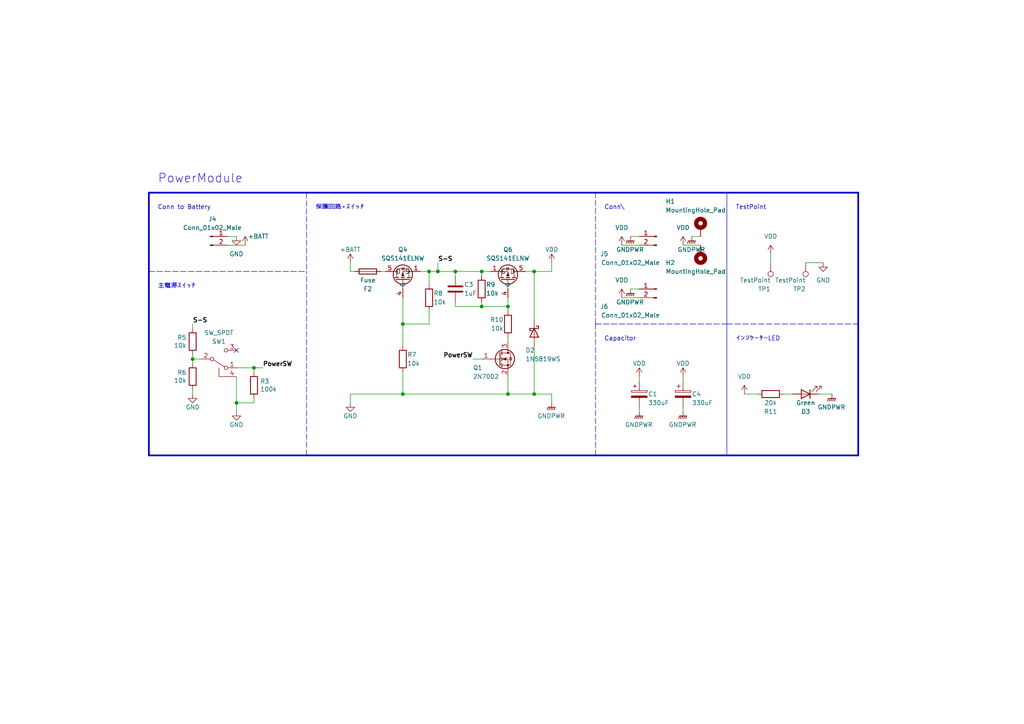
<source format=kicad_sch>
(kicad_sch (version 20230121) (generator eeschema)
  (paper "A4")
  (lib_symbols
    (symbol "AON6411_1"
      (property "Reference" "Q" (at 5.08 1.905 0))
      (property "Value" "AON6411" (at 5.08 0 0))
      (symbol "AON6411_1_0_1"
        (polyline (pts (xy 0.254 0) (xy -2.54 0)))
        (polyline (pts (xy 0.254 1.905) (xy 0.254 -1.905)) (stroke (width 0.254)))
        (polyline (pts (xy 0.762 -1.27) (xy 0.762 -2.286)) (stroke (width 0.254)))
        (polyline (pts (xy 0.762 0.508) (xy 0.762 -0.508)) (stroke (width 0.254)))
        (polyline (pts (xy 0.762 2.286) (xy 0.762 1.27)) (stroke (width 0.254)))
        (polyline (pts (xy 2.54 2.54) (xy 2.54 1.778)))
        (polyline (pts (xy 2.54 -2.54) (xy 2.54 0) (xy 0.762 0)))
        (polyline (pts (xy 0.762 1.778) (xy 3.302 1.778) (xy 3.302 -1.778) (xy 0.762 -1.778)))
        (polyline (pts (xy 2.286 0) (xy 1.27 0.381) (xy 1.27 -0.381) (xy 2.286 0)) (fill (type outline)))
        (polyline (pts (xy 2.794 -0.508) (xy 2.921 -0.381) (xy 3.683 -0.381) (xy 3.81 -0.254)))
        (polyline (pts (xy 3.302 -0.381) (xy 2.921 0.254) (xy 3.683 0.254) (xy 3.302 -0.381)))
        (circle (center 1.651 0) (radius 2.794) (stroke (width 0.254)))
        (circle (center 2.54 -1.778) (radius 0.254) (fill (type outline)))
        (circle (center 2.54 1.778) (radius 0.254) (fill (type outline)))
      )
      (symbol "AON6411_1_1_1"
        (pin passive line (at 2.54 -5.08 90) (length 2.54) (name "S") (number "1"))
        (pin passive line (at 2.54 -5.08 90) (length 2.54) hide (name "S") (number "2"))
        (pin passive line (at 2.54 -5.08 90) (length 2.54) hide (name "S") (number "3"))
        (pin input line (at -5.08 0 0) (length 2.54) (name "G") (number "4"))
        (pin passive line (at 2.54 5.08 270) (length 2.54) (name "D") (number "5"))
      )
    )
    (symbol "Connector:Conn_01x02_Male" (pin_names (offset 1.016) hide)
      (property "Reference" "J" (at 0 2.54 0))
      (property "Value" "Conn_01x02_Male" (at 0 -5.08 0))
      (symbol "Conn_01x02_Male_1_1"
        (polyline (pts (xy 1.27 -2.54) (xy 0.8636 -2.54)) (stroke (width 0.1524)))
        (polyline (pts (xy 1.27 0) (xy 0.8636 0)) (stroke (width 0.1524)))
        (rectangle (start 0.8636 -2.413) (end 0 -2.667) (stroke (width 0.1524)) (fill (type outline)))
        (rectangle (start 0.8636 0.127) (end 0 -0.127) (stroke (width 0.1524)) (fill (type outline)))
        (pin passive line (at 5.08 0 180) (length 3.81) (name "Pin_1") (number "1"))
        (pin passive line (at 5.08 -2.54 180) (length 3.81) (name "Pin_2") (number "2"))
      )
    )
    (symbol "Connector:TestPoint" (pin_numbers hide) (pin_names (offset 0.762) hide)
      (property "Reference" "TP" (at 0 6.858 0))
      (property "Value" "TestPoint" (at 0 5.08 0))
      (symbol "TestPoint_0_1"
        (circle (center 0 3.302) (radius 0.762))
      )
      (symbol "TestPoint_1_1"
        (pin passive line (at 0 0 90) (length 2.54) (name "1") (number "1"))
      )
    )
    (symbol "D_Schottky_3" (pin_numbers hide) (pin_names (offset 1.016) hide)
      (property "Reference" "D" (at 0 2.54 0))
      (property "Value" "D_Schottky_3" (at 0 -2.54 0))
      (symbol "D_Schottky_3_0_1"
        (polyline (pts (xy 1.27 0) (xy -1.27 0)))
        (polyline (pts (xy 1.27 1.27) (xy 1.27 -1.27) (xy -1.27 0) (xy 1.27 1.27)) (stroke (width 0.254)))
        (polyline (pts (xy -1.905 0.635) (xy -1.905 1.27) (xy -1.27 1.27) (xy -1.27 -1.27) (xy -0.635 -1.27) (xy -0.635 -0.635)) (stroke (width 0.254)))
      )
      (symbol "D_Schottky_3_1_1"
        (pin passive line (at -3.81 0 0) (length 2.54) (name "K") (number "1"))
        (pin passive line (at 3.81 0 180) (length 2.54) (name "A") (number "2"))
      )
    )
    (symbol "Device:C" (pin_numbers hide) (pin_names (offset 0.254))
      (property "Reference" "C" (at 0.635 2.54 0))
      (property "Value" "C" (at 0.635 -2.54 0))
      (symbol "C_0_1"
        (polyline (pts (xy -2.032 -0.762) (xy 2.032 -0.762)) (stroke (width 0.508)))
        (polyline (pts (xy -2.032 0.762) (xy 2.032 0.762)) (stroke (width 0.508)))
      )
      (symbol "C_1_1"
        (pin passive line (at 0 3.81 270) (length 2.794) (name "~") (number "1"))
        (pin passive line (at 0 -3.81 90) (length 2.794) (name "~") (number "2"))
      )
    )
    (symbol "Device:C_Polarized" (pin_numbers hide) (pin_names (offset 0.254))
      (property "Reference" "C" (at 0.635 2.54 0))
      (property "Value" "C_Polarized" (at 0.635 -2.54 0))
      (symbol "C_Polarized_0_1"
        (rectangle (start -2.286 0.508) (end 2.286 1.016))
        (polyline (pts (xy -1.778 2.286) (xy -0.762 2.286)))
        (polyline (pts (xy -1.27 2.794) (xy -1.27 1.778)))
        (rectangle (start 2.286 -0.508) (end -2.286 -1.016) (fill (type outline)))
      )
      (symbol "C_Polarized_1_1"
        (pin passive line (at 0 3.81 270) (length 2.794) (name "~") (number "1"))
        (pin passive line (at 0 -3.81 90) (length 2.794) (name "~") (number "2"))
      )
    )
    (symbol "Device:Fuse" (pin_numbers hide) (pin_names (offset 0))
      (property "Reference" "F" (at 2.032 0 90))
      (property "Value" "Fuse" (at -1.905 0 90))
      (symbol "Fuse_0_1"
        (rectangle (start -0.762 -2.54) (end 0.762 2.54) (stroke (width 0.254)))
        (polyline (pts (xy 0 2.54) (xy 0 -2.54)))
      )
      (symbol "Fuse_1_1"
        (pin passive line (at 0 3.81 270) (length 1.27) (name "~") (number "1"))
        (pin passive line (at 0 -3.81 90) (length 1.27) (name "~") (number "2"))
      )
    )
    (symbol "Device:LED" (pin_numbers hide) (pin_names (offset 1.016) hide)
      (property "Reference" "D" (at 0 2.54 0))
      (property "Value" "LED" (at 0 -2.54 0))
      (symbol "LED_0_1"
        (polyline (pts (xy -1.27 -1.27) (xy -1.27 1.27)) (stroke (width 0.254)))
        (polyline (pts (xy -1.27 0) (xy 1.27 0)))
        (polyline (pts (xy 1.27 -1.27) (xy 1.27 1.27) (xy -1.27 0) (xy 1.27 -1.27)) (stroke (width 0.254)))
        (polyline (pts (xy -3.048 -0.762) (xy -4.572 -2.286) (xy -3.81 -2.286) (xy -4.572 -2.286) (xy -4.572 -1.524)))
        (polyline (pts (xy -1.778 -0.762) (xy -3.302 -2.286) (xy -2.54 -2.286) (xy -3.302 -2.286) (xy -3.302 -1.524)))
      )
      (symbol "LED_1_1"
        (pin passive line (at -3.81 0 0) (length 2.54) (name "K") (number "1"))
        (pin passive line (at 3.81 0 180) (length 2.54) (name "A") (number "2"))
      )
    )
    (symbol "Device:R" (pin_numbers hide) (pin_names (offset 0))
      (property "Reference" "R" (at 2.032 0 90))
      (property "Value" "R" (at 0 0 90))
      (symbol "R_0_1"
        (rectangle (start -1.016 -2.54) (end 1.016 2.54) (stroke (width 0.254)))
      )
      (symbol "R_1_1"
        (pin passive line (at 0 3.81 270) (length 1.27) (name "~") (number "1"))
        (pin passive line (at 0 -3.81 90) (length 1.27) (name "~") (number "2"))
      )
    )
    (symbol "Mechanical:MountingHole_Pad" (pin_numbers hide) (pin_names (offset 1.016) hide)
      (property "Reference" "H" (at 0 6.35 0))
      (property "Value" "MountingHole_Pad" (at 0 4.445 0))
      (symbol "MountingHole_Pad_0_1"
        (circle (center 0 1.27) (radius 1.27) (stroke (width 1.27)))
      )
      (symbol "MountingHole_Pad_1_1"
        (pin input line (at 0 -2.54 90) (length 2.54) (name "1") (number "1"))
      )
    )
    (symbol "SW_SPDT_1" (pin_names (offset 0) hide)
      (property "Reference" "SW1" (at 0 -7.62 90))
      (property "Value" "SW_SPDT" (at -2.54 -7.62 90))
      (symbol "SW_SPDT_1_0_0"
        (circle (center -2.032 0) (radius 0.508))
        (circle (center 2.032 -2.54) (radius 0.508))
      )
      (symbol "SW_SPDT_1_0_1"
        (polyline (pts (xy -1.524 0.254) (xy 1.651 2.286)))
        (polyline (pts (xy 2.54 5.08) (xy 0 5.08) (xy 0 2.54)))
        (circle (center 2.032 2.54) (radius 0.508))
      )
      (symbol "SW_SPDT_1_1_1"
        (pin passive line (at 5.08 2.54 180) (length 2.54) (name "A") (number "1"))
        (pin passive line (at -5.08 0 0) (length 2.54) (name "B") (number "2"))
        (pin passive line (at 5.08 -2.54 180) (length 2.54) (name "C") (number "3"))
        (pin passive line (at 5.08 5.08 180) (length 2.54) (name "C") (number "4"))
        (pin passive line (at 5.08 5.08 180) (length 2.54) hide (name "A") (number "5"))
        (pin passive line (at 5.08 5.08 180) (length 2.54) hide (name "A") (number "6"))
        (pin passive line (at 5.08 5.08 180) (length 2.54) hide (name "A") (number "SH"))
      )
    )
    (symbol "Transistor_FET:2N7002" (pin_names hide)
      (property "Reference" "Q" (at 5.08 1.905 0))
      (property "Value" "2N7002" (at 5.08 0 0))
      (symbol "2N7002_0_1"
        (polyline (pts (xy 0.254 0) (xy -2.54 0)))
        (polyline (pts (xy 0.254 1.905) (xy 0.254 -1.905)) (stroke (width 0.254)))
        (polyline (pts (xy 0.762 -1.27) (xy 0.762 -2.286)) (stroke (width 0.254)))
        (polyline (pts (xy 0.762 0.508) (xy 0.762 -0.508)) (stroke (width 0.254)))
        (polyline (pts (xy 0.762 2.286) (xy 0.762 1.27)) (stroke (width 0.254)))
        (polyline (pts (xy 2.54 2.54) (xy 2.54 1.778)))
        (polyline (pts (xy 2.54 -2.54) (xy 2.54 0) (xy 0.762 0)))
        (polyline (pts (xy 0.762 -1.778) (xy 3.302 -1.778) (xy 3.302 1.778) (xy 0.762 1.778)))
        (polyline (pts (xy 1.016 0) (xy 2.032 0.381) (xy 2.032 -0.381) (xy 1.016 0)) (fill (type outline)))
        (polyline (pts (xy 2.794 0.508) (xy 2.921 0.381) (xy 3.683 0.381) (xy 3.81 0.254)))
        (polyline (pts (xy 3.302 0.381) (xy 2.921 -0.254) (xy 3.683 -0.254) (xy 3.302 0.381)))
        (circle (center 1.651 0) (radius 2.794) (stroke (width 0.254)))
        (circle (center 2.54 -1.778) (radius 0.254) (fill (type outline)))
        (circle (center 2.54 1.778) (radius 0.254) (fill (type outline)))
      )
      (symbol "2N7002_1_1"
        (pin input line (at -5.08 0 0) (length 2.54) (name "G") (number "1"))
        (pin passive line (at 2.54 -5.08 90) (length 2.54) (name "S") (number "2"))
        (pin passive line (at 2.54 5.08 270) (length 2.54) (name "D") (number "3"))
      )
    )
    (symbol "Transistor_FET:AON6411"
      (property "Reference" "Q" (at 5.08 1.905 0))
      (property "Value" "AON6411" (at 5.08 0 0))
      (symbol "AON6411_0_1"
        (polyline (pts (xy 0.254 0) (xy -2.54 0)))
        (polyline (pts (xy 0.254 1.905) (xy 0.254 -1.905)) (stroke (width 0.254)))
        (polyline (pts (xy 0.762 -1.27) (xy 0.762 -2.286)) (stroke (width 0.254)))
        (polyline (pts (xy 0.762 0.508) (xy 0.762 -0.508)) (stroke (width 0.254)))
        (polyline (pts (xy 0.762 2.286) (xy 0.762 1.27)) (stroke (width 0.254)))
        (polyline (pts (xy 2.54 2.54) (xy 2.54 1.778)))
        (polyline (pts (xy 2.54 -2.54) (xy 2.54 0) (xy 0.762 0)))
        (polyline (pts (xy 0.762 1.778) (xy 3.302 1.778) (xy 3.302 -1.778) (xy 0.762 -1.778)))
        (polyline (pts (xy 2.286 0) (xy 1.27 0.381) (xy 1.27 -0.381) (xy 2.286 0)) (fill (type outline)))
        (polyline (pts (xy 2.794 -0.508) (xy 2.921 -0.381) (xy 3.683 -0.381) (xy 3.81 -0.254)))
        (polyline (pts (xy 3.302 -0.381) (xy 2.921 0.254) (xy 3.683 0.254) (xy 3.302 -0.381)))
        (circle (center 1.651 0) (radius 2.794) (stroke (width 0.254)))
        (circle (center 2.54 -1.778) (radius 0.254) (fill (type outline)))
        (circle (center 2.54 1.778) (radius 0.254) (fill (type outline)))
      )
      (symbol "AON6411_1_1"
        (pin passive line (at 2.54 -5.08 90) (length 2.54) (name "S") (number "1"))
        (pin passive line (at 2.54 -5.08 90) (length 2.54) hide (name "S") (number "2"))
        (pin passive line (at 2.54 -5.08 90) (length 2.54) hide (name "S") (number "3"))
        (pin input line (at -5.08 0 0) (length 2.54) (name "G") (number "4"))
        (pin passive line (at 2.54 5.08 270) (length 2.54) (name "D") (number "5"))
      )
    )
    (symbol "power:+BATT" (power) (pin_names (offset 0))
      (property "Value" "+BATT" (at 0 3.556 0))
      (symbol "+BATT_0_1"
        (polyline (pts (xy -0.762 1.27) (xy 0 2.54)))
        (polyline (pts (xy 0 0) (xy 0 2.54)))
        (polyline (pts (xy 0 2.54) (xy 0.762 1.27)))
      )
      (symbol "+BATT_1_1"
        (pin power_in line (at 0 0 90) (length 0) hide (name "+BATT") (number "1"))
      )
    )
    (symbol "power:GND" (power) (pin_names (offset 0))
      (property "Value" "GND" (at 0 -3.81 0))
      (symbol "GND_0_1"
        (polyline (pts (xy 0 0) (xy 0 -1.27) (xy 1.27 -1.27) (xy 0 -2.54) (xy -1.27 -1.27) (xy 0 -1.27)))
      )
      (symbol "GND_1_1"
        (pin power_in line (at 0 0 270) (length 0) hide (name "GND") (number "1"))
      )
    )
    (symbol "power:GNDPWR" (power) (pin_names (offset 0))
      (property "Value" "GNDPWR" (at 0 -3.302 0))
      (symbol "GNDPWR_0_1"
        (polyline (pts (xy 0 -1.27) (xy 0 0)))
        (polyline (pts (xy -1.016 -1.27) (xy -1.27 -2.032) (xy -1.27 -2.032)) (stroke (width 0.2032)))
        (polyline (pts (xy -0.508 -1.27) (xy -0.762 -2.032) (xy -0.762 -2.032)) (stroke (width 0.2032)))
        (polyline (pts (xy 0 -1.27) (xy -0.254 -2.032) (xy -0.254 -2.032)) (stroke (width 0.2032)))
        (polyline (pts (xy 0.508 -1.27) (xy 0.254 -2.032) (xy 0.254 -2.032)) (stroke (width 0.2032)))
        (polyline (pts (xy 1.016 -1.27) (xy -1.016 -1.27) (xy -1.016 -1.27)) (stroke (width 0.2032)))
        (polyline (pts (xy 1.016 -1.27) (xy 0.762 -2.032) (xy 0.762 -2.032) (xy 0.762 -2.032)) (stroke (width 0.2032)))
      )
      (symbol "GNDPWR_1_1"
        (pin power_in line (at 0 0 270) (length 0) hide (name "GNDPWR") (number "1"))
      )
    )
    (symbol "power:VDD" (power) (pin_names (offset 0))
      (property "Value" "VDD" (at 0 3.81 0))
      (symbol "VDD_0_1"
        (polyline (pts (xy -0.762 1.27) (xy 0 2.54)))
        (polyline (pts (xy 0 0) (xy 0 2.54)))
        (polyline (pts (xy 0 2.54) (xy 0.762 1.27)))
      )
      (symbol "VDD_1_1"
        (pin power_in line (at 0 0 90) (length 0) hide (name "VDD") (number "1"))
      )
    )
  )
  (junction (at 132.08 78.74))
  (junction (at 116.84 93.98))
  (junction (at 147.32 114.3))
  (junction (at 139.7 88.9))
  (junction (at 127 78.74))
  (junction (at 55.88 104.14))
  (junction (at 154.94 78.74))
  (junction (at 154.94 114.3))
  (junction (at 124.46 78.74))
  (junction (at 73.66 106.68))
  (junction (at 68.58 116.84))
  (junction (at 147.32 88.9))
  (junction (at 116.84 114.3))
  (junction (at 139.7 78.74))
  (no_connect (at 68.58 101.6))
  (polyline (pts (xy 210.82 93.98) (xy 248.92 93.98)) (stroke (width 0) (type dash)))
  (wire (pts (xy 139.7 78.74) (xy 139.7 80.01)))
  (wire (pts (xy 147.32 88.9) (xy 147.32 90.17)))
  (wire (pts (xy 154.94 114.3) (xy 160.02 114.3)))
  (polyline (pts (xy 88.9 55.88) (xy 88.9 78.74)) (stroke (width 0) (type dash)))
  (wire (pts (xy 124.46 90.17) (xy 124.46 93.98)))
  (wire (pts (xy 227.33 114.3) (xy 229.87 114.3)))
  (wire (pts (xy 73.66 115.57) (xy 73.66 116.84)))
  (wire (pts (xy 160.02 116.84) (xy 160.02 114.3)))
  (wire (pts (xy 154.94 78.74) (xy 154.94 92.71)))
  (wire (pts (xy 139.7 88.9) (xy 147.32 88.9)))
  (wire (pts (xy 185.42 118.11) (xy 185.42 119.38)))
  (polyline (pts (xy 248.92 55.88) (xy 248.92 132.08)) (stroke (width 0.5) (type solid)))
  (polyline (pts (xy 43.18 78.74) (xy 88.9 78.74)) (stroke (width 0) (type dash)))
  (wire (pts (xy 55.88 104.14) (xy 58.42 104.14)))
  (wire (pts (xy 198.12 118.11) (xy 198.12 119.38)))
  (wire (pts (xy 73.66 106.68) (xy 68.58 106.68)))
  (wire (pts (xy 116.84 86.36) (xy 116.84 93.98)))
  (wire (pts (xy 185.42 83.82) (xy 182.88 83.82)))
  (wire (pts (xy 132.08 88.9) (xy 139.7 88.9)))
  (wire (pts (xy 160.02 76.2) (xy 160.02 78.74)))
  (wire (pts (xy 132.08 78.74) (xy 139.7 78.74)))
  (wire (pts (xy 66.04 68.58) (xy 68.58 68.58)))
  (wire (pts (xy 152.4 78.74) (xy 154.94 78.74)))
  (polyline (pts (xy 172.72 132.08) (xy 172.72 93.98)) (stroke (width 0) (type dash)))
  (wire (pts (xy 147.32 86.36) (xy 147.32 88.9)))
  (wire (pts (xy 55.88 104.14) (xy 55.88 105.41)))
  (wire (pts (xy 73.66 106.68) (xy 73.66 107.95)))
  (polyline (pts (xy 43.18 55.88) (xy 248.92 55.88)) (stroke (width 0.5) (type solid)))
  (wire (pts (xy 101.6 114.3) (xy 116.84 114.3)))
  (wire (pts (xy 124.46 78.74) (xy 127 78.74)))
  (wire (pts (xy 223.52 73.66) (xy 223.52 76.2)))
  (polyline (pts (xy 172.72 93.98) (xy 210.82 93.98)) (stroke (width 0) (type dash)))
  (wire (pts (xy 121.92 78.74) (xy 124.46 78.74)))
  (wire (pts (xy 68.58 116.84) (xy 73.66 116.84)))
  (wire (pts (xy 203.2 68.58) (xy 200.66 68.58)))
  (wire (pts (xy 127 76.2) (xy 127 78.74)))
  (wire (pts (xy 124.46 78.74) (xy 124.46 82.55)))
  (wire (pts (xy 233.68 76.2) (xy 238.76 76.2)))
  (wire (pts (xy 116.84 93.98) (xy 116.84 100.33)))
  (wire (pts (xy 132.08 78.74) (xy 132.08 80.01)))
  (wire (pts (xy 147.32 114.3) (xy 154.94 114.3)))
  (wire (pts (xy 185.42 109.22) (xy 185.42 110.49)))
  (wire (pts (xy 185.42 71.12) (xy 180.34 71.12)))
  (polyline (pts (xy 210.82 132.08) (xy 210.82 93.98)) (stroke (width 0) (type solid)))
  (wire (pts (xy 68.58 116.84) (xy 68.58 109.22)))
  (wire (pts (xy 237.49 114.3) (xy 241.3 114.3)))
  (wire (pts (xy 147.32 97.79) (xy 147.32 99.06)))
  (wire (pts (xy 116.84 107.95) (xy 116.84 114.3)))
  (wire (pts (xy 101.6 76.2) (xy 101.6 78.74)))
  (wire (pts (xy 215.9 114.3) (xy 219.71 114.3)))
  (wire (pts (xy 185.42 86.36) (xy 180.34 86.36)))
  (wire (pts (xy 101.6 78.74) (xy 102.87 78.74)))
  (wire (pts (xy 124.46 93.98) (xy 116.84 93.98)))
  (polyline (pts (xy 43.18 132.08) (xy 43.18 55.88)) (stroke (width 0.5) (type solid)))
  (wire (pts (xy 137.16 104.14) (xy 139.7 104.14)))
  (polyline (pts (xy 88.9 132.08) (xy 88.9 78.74)) (stroke (width 0) (type dash)))
  (wire (pts (xy 116.84 114.3) (xy 147.32 114.3)))
  (polyline (pts (xy 248.92 132.08) (xy 43.18 132.08)) (stroke (width 0.5) (type solid)))
  (wire (pts (xy 203.2 71.12) (xy 198.12 71.12)))
  (wire (pts (xy 55.88 113.03) (xy 55.88 114.3)))
  (wire (pts (xy 55.88 102.87) (xy 55.88 104.14)))
  (wire (pts (xy 185.42 68.58) (xy 182.88 68.58)))
  (wire (pts (xy 66.04 71.12) (xy 71.12 71.12)))
  (wire (pts (xy 154.94 78.74) (xy 160.02 78.74)))
  (wire (pts (xy 154.94 100.33) (xy 154.94 114.3)))
  (wire (pts (xy 127 78.74) (xy 132.08 78.74)))
  (wire (pts (xy 55.88 93.98) (xy 55.88 95.25)))
  (wire (pts (xy 68.58 119.38) (xy 68.58 116.84)))
  (wire (pts (xy 132.08 87.63) (xy 132.08 88.9)))
  (wire (pts (xy 139.7 87.63) (xy 139.7 88.9)))
  (polyline (pts (xy 210.82 93.98) (xy 210.82 55.88)) (stroke (width 0) (type solid)))
  (wire (pts (xy 101.6 114.3) (xy 101.6 116.84)))
  (wire (pts (xy 76.2 106.68) (xy 73.66 106.68)))
  (polyline (pts (xy 172.72 93.98) (xy 172.72 55.88)) (stroke (width 0) (type dash)))
  (wire (pts (xy 110.49 78.74) (xy 111.76 78.74)))
  (wire (pts (xy 198.12 109.22) (xy 198.12 110.49)))
  (wire (pts (xy 147.32 109.22) (xy 147.32 114.3)))
  (wire (pts (xy 139.7 78.74) (xy 142.24 78.74)))
  (text "インジケーターLED" (at 213.36 99.06 0) (effects (font (size 1.27 1.27)) (justify left bottom)))
  (text "主電源スイッチ" (at 45.72 83.82 0) (effects (font (size 1.27 1.27)) (justify left bottom)))
  (text "PowerModule" (at 45.72 53.34 0) (effects (font (size 2.54 2.54)) (justify left bottom)))
  (text "保護回路・スイッチ" (at 91.44 60.96 0) (effects (font (size 1.27 1.27)) (justify left bottom)))
  (text "Conn to Battery" (at 45.72 60.96 0) (effects (font (size 1.27 1.27)) (justify left bottom)))
  (text "Conn\\" (at 175.26 60.96 0) (effects (font (size 1.27 1.27)) (justify left bottom)))
  (text "TestPoint" (at 213.36 60.96 0) (effects (font (size 1.27 1.27)) (justify left bottom)))
  (text "Capacitor" (at 175.26 99.06 0) (effects (font (size 1.27 1.27)) (justify left bottom)))
  (label "PowerSW" (at 76.2 106.68 0) (effects (font (thickness 0.254) bold)))
  (label "PowerSW" (at 137.16 104.14 180) (effects (font (thickness 0.254) bold)))
  (label "S-S" (at 127 76.2 0) (effects (font (thickness 0.254) bold)))
  (label "S-S" (at 55.88 93.98 0) (effects (font (thickness 0.254) bold)))
  (symbol (lib_id "Device:C_Polarized") (at 185.42 114.3 0) (unit 1)
    (property "Reference" "C1" (at 187.96 114.3 0) (effects (justify left)))
    (property "Value" "330uF" (at 187.96 116.84 0) (effects (justify left)))
    (property "Footprint" "Capacitor_SMD:C_Elec_8x10.2" (effects hide))
  )
  (symbol (lib_id "power:GNDPWR") (at 160.02 116.84 0) (unit 1)
    (property "Reference" "#PWR023" (effects hide))
    (property "Value" "GNDPWR" (at 159.893 120.65 0))
  )
  (symbol (lib_id "power:+BATT") (at 71.12 71.12 0) (unit 1)
    (property "Reference" "#PWR010" (effects hide))
    (property "Value" "+BATT" (at 74.93 68.58 0))
  )
  (symbol (lib_id "Mechanical:MountingHole_Pad") (at 203.2 73.66 180) (unit 1)
    (property "Reference" "H2" (at 193.04 76.2 0) (effects (justify right)))
    (property "Value" "MountingHole_Pad" (at 193.04 78.74 0) (effects (justify right)))
    (property "Footprint" "MountingHole:MountingHole_3.2mm_M3_Pad_Via" (effects hide))
  )
  (symbol (lib_id "power:VDD") (at 185.42 109.22 0) (unit 1)
    (property "Reference" "#PWR025" (effects hide))
    (property "Value" "VDD" (at 185.42 105.41 0))
  )
  (symbol (lib_id "Device:R") (at 116.84 104.14 0) (unit 1)
    (property "Reference" "R7" (at 118.11 102.87 0) (effects (justify left)))
    (property "Value" "10k" (at 118.11 105.41 0) (effects (justify left)))
    (property "Footprint" "Resistor_SMD:R_0603_1608Metric" (effects hide))
  )
  (symbol (lib_name "AON6411_1") (lib_id "Transistor_FET:AON6411") (at 147.32 81.28 270) (mirror x) (unit 1)
    (property "Reference" "Q6" (at 147.32 72.39 90))
    (property "Value" "SQS141ELNW" (at 147.32 74.93 90))
    (property "Footprint" "TomoshibiLibrary:Package_TSON-Advance" (effects hide))
    (property "Datasheet" "http://www.aosmd.com/res/data_sheets/AON6411.pdf" (effects hide))
  )
  (symbol (lib_id "power:GND") (at 68.58 68.58 0) (unit 1)
    (property "Reference" "#PWR07" (effects hide))
    (property "Value" "GND" (at 68.58 73.66 0))
  )
  (symbol (lib_id "power:VDD") (at 160.02 76.2 0) (unit 1)
    (property "Reference" "#PWR015" (effects hide))
    (property "Value" "VDD" (at 160.02 72.39 0))
  )
  (symbol (lib_id "Device:R") (at 55.88 99.06 0) (mirror y) (unit 1)
    (property "Reference" "R5" (at 54.102 97.8916 0) (effects (justify left)))
    (property "Value" "10k" (at 54.102 100.203 0) (effects (justify left)))
    (property "Footprint" "Resistor_SMD:R_0603_1608Metric" (effects hide))
  )
  (symbol (lib_id "power:GNDPWR") (at 200.66 68.58 0) (unit 1)
    (property "Reference" "#PWR09" (effects hide))
    (property "Value" "GNDPWR" (at 200.533 72.39 0))
  )
  (symbol (lib_id "power:VDD") (at 215.9 114.3 0) (unit 1)
    (property "Reference" "#PWR020" (effects hide))
    (property "Value" "VDD" (at 215.9 109.22 0))
  )
  (symbol (lib_id "Device:R") (at 55.88 109.22 0) (mirror y) (unit 1)
    (property "Reference" "R6" (at 54.102 108.0516 0) (effects (justify left)))
    (property "Value" "10k" (at 54.102 110.363 0) (effects (justify left)))
    (property "Footprint" "Resistor_SMD:R_0603_1608Metric" (effects hide))
  )
  (symbol (lib_id "Transistor_FET:2N7002") (at 144.78 104.14 0) (unit 1)
    (property "Reference" "Q1" (at 137.16 106.68 0) (effects (justify left)))
    (property "Value" "2N7002" (at 137.16 109.22 0) (effects (justify left)))
    (property "Footprint" "Package_TO_SOT_SMD:SOT-23" (effects hide))
    (property "Datasheet" "https://www.onsemi.com/pub/Collateral/NDS7002A-D.PDF" (effects hide))
  )
  (symbol (lib_id "power:VDD") (at 180.34 86.36 0) (unit 1)
    (property "Reference" "#PWR018" (effects hide))
    (property "Value" "VDD" (at 180.34 81.28 0))
  )
  (symbol (lib_id "Device:R") (at 124.46 86.36 0) (unit 1)
    (property "Reference" "R8" (at 125.73 85.09 0) (effects (justify left)))
    (property "Value" "10k" (at 125.73 87.63 0) (effects (justify left)))
    (property "Footprint" "Resistor_SMD:R_0603_1608Metric" (effects hide))
  )
  (symbol (lib_id "Transistor_FET:AON6411") (at 116.84 81.28 90) (unit 1)
    (property "Reference" "Q4" (at 116.84 72.39 90))
    (property "Value" "SQS141ELNW" (at 116.84 74.93 90))
    (property "Footprint" "TomoshibiLibrary:Package_TSON-Advance" (effects hide))
    (property "Datasheet" "http://www.aosmd.com/res/data_sheets/AON6411.pdf" (effects hide))
  )
  (symbol (lib_id "Connector:Conn_01x02_Male") (at 190.5 83.82 0) (mirror y) (unit 1)
    (property "Reference" "J6" (at 175.26 88.9 0))
    (property "Value" "Conn_01x02_Male" (at 182.88 91.44 0))
    (property "Footprint" "Connector_Molex:Molex_SPOX_5267-02A_1x02_P2.50mm_Vertical" (effects hide))
  )
  (symbol (lib_id "Device:C_Polarized") (at 198.12 114.3 0) (unit 1)
    (property "Reference" "C4" (at 200.66 114.3 0) (effects (justify left)))
    (property "Value" "330uF" (at 200.66 116.84 0) (effects (justify left)))
    (property "Footprint" "Capacitor_SMD:C_Elec_8x10.2" (effects hide))
  )
  (symbol (lib_id "Connector:TestPoint") (at 223.52 76.2 180) (unit 1)
    (property "Reference" "TP1" (at 223.52 83.82 0) (effects (justify left)))
    (property "Value" "TestPoint" (at 223.52 81.28 0) (effects (justify left)))
    (property "Footprint" "TestPoint:TestPoint_THTPad_D2.0mm_Drill1.0mm" (effects hide))
  )
  (symbol (lib_id "power:GNDPWR") (at 198.12 119.38 0) (unit 1)
    (property "Reference" "#PWR024" (effects hide))
    (property "Value" "GNDPWR" (at 197.993 123.19 0))
  )
  (symbol (lib_id "Device:R") (at 147.32 93.98 0) (mirror y) (unit 1)
    (property "Reference" "R10" (at 146.05 92.71 0) (effects (justify left)))
    (property "Value" "10k" (at 146.05 95.25 0) (effects (justify left)))
    (property "Footprint" "Resistor_SMD:R_0603_1608Metric" (effects hide))
  )
  (symbol (lib_id "power:VDD") (at 223.52 73.66 0) (unit 1)
    (property "Reference" "#PWR013" (effects hide))
    (property "Value" "VDD" (at 223.52 68.58 0))
  )
  (symbol (lib_id "power:GNDPWR") (at 185.42 119.38 0) (unit 1)
    (property "Reference" "#PWR034" (effects hide))
    (property "Value" "GNDPWR" (at 185.293 123.19 0))
  )
  (symbol (lib_id "power:GNDPWR") (at 182.88 68.58 0) (unit 1)
    (property "Reference" "#PWR08" (effects hide))
    (property "Value" "GNDPWR" (at 182.753 72.39 0))
  )
  (symbol (lib_id "power:GNDPWR") (at 241.3 114.3 0) (unit 1)
    (property "Reference" "#PWR021" (effects hide))
    (property "Value" "GNDPWR" (at 241.173 118.11 0))
  )
  (symbol (lib_id "Connector:Conn_01x02_Male") (at 60.96 68.58 0) (unit 1)
    (property "Reference" "J4" (at 61.595 63.5 0))
    (property "Value" "Conn_01x02_Male" (at 61.595 66.04 0))
    (property "Footprint" "Connector_AMASS:AMASS_XT30U-M_1x02_P5.0mm_Vertical" (effects hide))
  )
  (symbol (lib_id "power:VDD") (at 198.12 71.12 0) (unit 1)
    (property "Reference" "#PWR012" (effects hide))
    (property "Value" "VDD" (at 198.12 66.04 0))
  )
  (symbol (lib_id "Connector:Conn_01x02_Male") (at 190.5 68.58 0) (mirror y) (unit 1)
    (property "Reference" "J5" (at 175.26 73.66 0))
    (property "Value" "Conn_01x02_Male" (at 182.88 76.2 0))
    (property "Footprint" "Connector_Molex:Molex_SPOX_5267-02A_1x02_P2.50mm_Vertical" (effects hide))
  )
  (symbol (lib_id "power:GNDPWR") (at 182.88 83.82 0) (unit 1)
    (property "Reference" "#PWR017" (effects hide))
    (property "Value" "GNDPWR" (at 182.753 87.63 0))
  )
  (symbol (lib_name "D_Schottky_3") (lib_id "Device:D_Schottky") (at 154.94 96.52 270) (unit 1)
    (property "Reference" "D2" (at 152.4 101.6 90) (effects (justify left)))
    (property "Value" "1N5819WS" (at 152.4 104.14 90) (effects (justify left)))
    (property "Footprint" "Diode_SMD:D_SOD-323_HandSoldering" (effects hide))
  )
  (symbol (lib_id "Device:R") (at 73.66 111.76 0) (unit 1)
    (property "Reference" "R3" (at 75.438 110.5916 0) (effects (justify left)))
    (property "Value" "100k" (at 75.438 112.903 0) (effects (justify left)))
    (property "Footprint" "Resistor_SMD:R_0603_1608Metric" (effects hide))
  )
  (symbol (lib_id "Connector:TestPoint") (at 233.68 76.2 180) (unit 1)
    (property "Reference" "TP2" (at 233.68 83.82 0) (effects (justify left)))
    (property "Value" "TestPoint" (at 233.68 81.28 0) (effects (justify left)))
    (property "Footprint" "TestPoint:TestPoint_THTPad_D2.0mm_Drill1.0mm" (effects hide))
  )
  (symbol (lib_id "Device:Fuse") (at 106.68 78.74 90) (mirror x) (unit 1)
    (property "Reference" "F2" (at 106.68 83.82 90))
    (property "Value" "Fuse" (at 106.68 81.28 90))
    (property "Footprint" "Fuse:Fuseholder_Blade_Mini_Keystone_3568" (effects hide))
  )
  (symbol (lib_id "Mechanical:MountingHole_Pad") (at 203.2 66.04 0) (unit 1)
    (property "Reference" "H1" (at 193.04 58.42 0) (effects (justify left)))
    (property "Value" "MountingHole_Pad" (at 193.04 60.96 0) (effects (justify left)))
    (property "Footprint" "MountingHole:MountingHole_3.2mm_M3_Pad_Via" (effects hide))
  )
  (symbol (lib_id "power:GND") (at 238.76 76.2 0) (unit 1)
    (property "Reference" "#PWR016" (effects hide))
    (property "Value" "GND" (at 238.76 81.28 0))
  )
  (symbol (lib_id "power:VDD") (at 180.34 71.12 0) (unit 1)
    (property "Reference" "#PWR011" (effects hide))
    (property "Value" "VDD" (at 180.34 66.04 0))
  )
  (symbol (lib_id "Device:LED") (at 233.68 114.3 180) (unit 1)
    (property "Reference" "D3" (at 233.68 119.38 0))
    (property "Value" "Green" (at 233.68 116.84 0))
    (property "Footprint" "LED_SMD:LED_0603_1608Metric_Pad1.05x0.95mm_HandSolder" (effects hide))
  )
  (symbol (lib_id "power:VDD") (at 198.12 109.22 0) (unit 1)
    (property "Reference" "#PWR019" (effects hide))
    (property "Value" "VDD" (at 198.12 105.41 0))
  )
  (symbol (lib_id "power:GND") (at 101.6 116.84 0) (unit 1)
    (property "Reference" "#PWR022" (effects hide))
    (property "Value" "GND" (at 101.6 120.65 0))
  )
  (symbol (lib_id "Device:C") (at 132.08 83.82 0) (unit 1)
    (property "Reference" "C3" (at 134.62 82.55 0) (effects (justify left)))
    (property "Value" "1uF" (at 134.62 85.09 0) (effects (justify left)))
    (property "Footprint" "Capacitor_SMD:C_0603_1608Metric" (effects hide))
  )
  (symbol (lib_id "Device:R") (at 223.52 114.3 270) (mirror x) (unit 1)
    (property "Reference" "R11" (at 223.52 119.38 90))
    (property "Value" "20k" (at 223.52 116.84 90))
    (property "Footprint" "Resistor_SMD:R_0603_1608Metric" (effects hide))
  )
  (symbol (lib_name "SW_SPDT_1") (lib_id "Switch:SW_SPDT") (at 63.5 104.14 0) (mirror x) (unit 1)
    (property "Reference" "SW1" (at 63.5 99.06 0))
    (property "Value" "SW_SPDT" (at 63.5 96.52 0))
    (property "Footprint" "TomoshibiLibrary:SW_Slide_DPDT_SS22F06G5-G" (effects hide))
  )
  (symbol (lib_id "Device:R") (at 139.7 83.82 0) (unit 1)
    (property "Reference" "R9" (at 140.97 82.55 0) (effects (justify left)))
    (property "Value" "10k" (at 140.97 85.09 0) (effects (justify left)))
    (property "Footprint" "Resistor_SMD:R_0603_1608Metric" (effects hide))
  )
  (symbol (lib_id "power:GND") (at 68.58 119.38 0) (mirror y) (unit 1)
    (property "Reference" "#PWR033" (effects hide))
    (property "Value" "GND" (at 68.58 123.19 0))
  )
  (symbol (lib_id "power:GND") (at 55.88 114.3 0) (unit 1)
    (property "Reference" "#PWR032" (effects hide))
    (property "Value" "GND" (at 55.88 118.11 0))
  )
  (symbol (lib_id "power:+BATT") (at 101.6 76.2 0) (unit 1)
    (property "Reference" "#PWR014" (effects hide))
    (property "Value" "+BATT" (at 101.6 72.39 0))
  )
)
</source>
